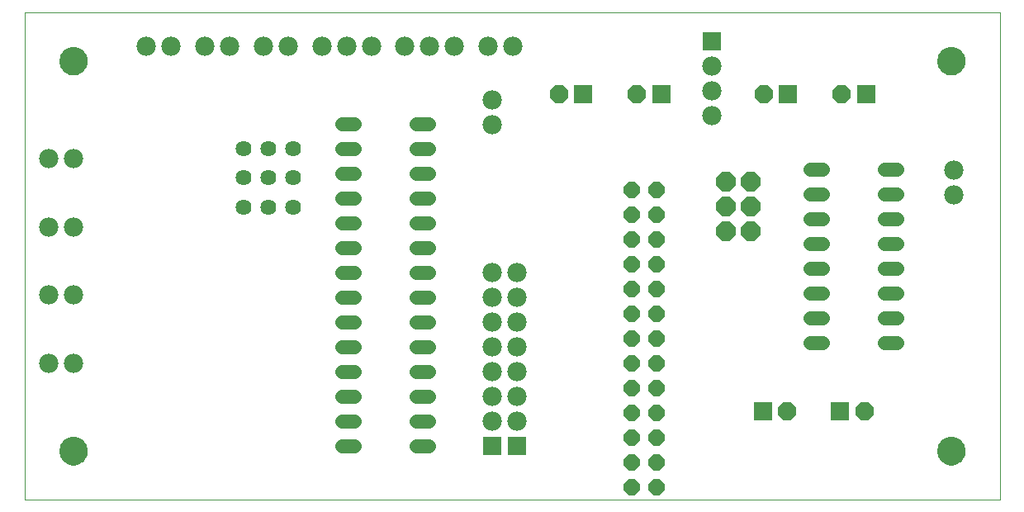
<source format=gbs>
G75*
%MOIN*%
%OFA0B0*%
%FSLAX24Y24*%
%IPPOS*%
%LPD*%
%AMOC8*
5,1,8,0,0,1.08239X$1,22.5*
%
%ADD10C,0.0000*%
%ADD11C,0.0560*%
%ADD12R,0.0780X0.0780*%
%ADD13C,0.0780*%
%ADD14OC8,0.0780*%
%ADD15OC8,0.0640*%
%ADD16C,0.0640*%
%ADD17OC8,0.0729*%
%ADD18R,0.0729X0.0729*%
%ADD19C,0.1142*%
D10*
X000544Y003496D02*
X000544Y023181D01*
X039914Y023181D01*
X039914Y003496D01*
X000544Y003496D01*
X001961Y005465D02*
X001963Y005512D01*
X001969Y005558D01*
X001979Y005604D01*
X001992Y005649D01*
X002010Y005692D01*
X002031Y005734D01*
X002055Y005774D01*
X002083Y005811D01*
X002114Y005846D01*
X002148Y005879D01*
X002184Y005908D01*
X002223Y005934D01*
X002264Y005957D01*
X002307Y005976D01*
X002351Y005992D01*
X002396Y006004D01*
X002442Y006012D01*
X002489Y006016D01*
X002535Y006016D01*
X002582Y006012D01*
X002628Y006004D01*
X002673Y005992D01*
X002717Y005976D01*
X002760Y005957D01*
X002801Y005934D01*
X002840Y005908D01*
X002876Y005879D01*
X002910Y005846D01*
X002941Y005811D01*
X002969Y005774D01*
X002993Y005734D01*
X003014Y005692D01*
X003032Y005649D01*
X003045Y005604D01*
X003055Y005558D01*
X003061Y005512D01*
X003063Y005465D01*
X003061Y005418D01*
X003055Y005372D01*
X003045Y005326D01*
X003032Y005281D01*
X003014Y005238D01*
X002993Y005196D01*
X002969Y005156D01*
X002941Y005119D01*
X002910Y005084D01*
X002876Y005051D01*
X002840Y005022D01*
X002801Y004996D01*
X002760Y004973D01*
X002717Y004954D01*
X002673Y004938D01*
X002628Y004926D01*
X002582Y004918D01*
X002535Y004914D01*
X002489Y004914D01*
X002442Y004918D01*
X002396Y004926D01*
X002351Y004938D01*
X002307Y004954D01*
X002264Y004973D01*
X002223Y004996D01*
X002184Y005022D01*
X002148Y005051D01*
X002114Y005084D01*
X002083Y005119D01*
X002055Y005156D01*
X002031Y005196D01*
X002010Y005238D01*
X001992Y005281D01*
X001979Y005326D01*
X001969Y005372D01*
X001963Y005418D01*
X001961Y005465D01*
X001961Y021213D02*
X001963Y021260D01*
X001969Y021306D01*
X001979Y021352D01*
X001992Y021397D01*
X002010Y021440D01*
X002031Y021482D01*
X002055Y021522D01*
X002083Y021559D01*
X002114Y021594D01*
X002148Y021627D01*
X002184Y021656D01*
X002223Y021682D01*
X002264Y021705D01*
X002307Y021724D01*
X002351Y021740D01*
X002396Y021752D01*
X002442Y021760D01*
X002489Y021764D01*
X002535Y021764D01*
X002582Y021760D01*
X002628Y021752D01*
X002673Y021740D01*
X002717Y021724D01*
X002760Y021705D01*
X002801Y021682D01*
X002840Y021656D01*
X002876Y021627D01*
X002910Y021594D01*
X002941Y021559D01*
X002969Y021522D01*
X002993Y021482D01*
X003014Y021440D01*
X003032Y021397D01*
X003045Y021352D01*
X003055Y021306D01*
X003061Y021260D01*
X003063Y021213D01*
X003061Y021166D01*
X003055Y021120D01*
X003045Y021074D01*
X003032Y021029D01*
X003014Y020986D01*
X002993Y020944D01*
X002969Y020904D01*
X002941Y020867D01*
X002910Y020832D01*
X002876Y020799D01*
X002840Y020770D01*
X002801Y020744D01*
X002760Y020721D01*
X002717Y020702D01*
X002673Y020686D01*
X002628Y020674D01*
X002582Y020666D01*
X002535Y020662D01*
X002489Y020662D01*
X002442Y020666D01*
X002396Y020674D01*
X002351Y020686D01*
X002307Y020702D01*
X002264Y020721D01*
X002223Y020744D01*
X002184Y020770D01*
X002148Y020799D01*
X002114Y020832D01*
X002083Y020867D01*
X002055Y020904D01*
X002031Y020944D01*
X002010Y020986D01*
X001992Y021029D01*
X001979Y021074D01*
X001969Y021120D01*
X001963Y021166D01*
X001961Y021213D01*
X037394Y021213D02*
X037396Y021260D01*
X037402Y021306D01*
X037412Y021352D01*
X037425Y021397D01*
X037443Y021440D01*
X037464Y021482D01*
X037488Y021522D01*
X037516Y021559D01*
X037547Y021594D01*
X037581Y021627D01*
X037617Y021656D01*
X037656Y021682D01*
X037697Y021705D01*
X037740Y021724D01*
X037784Y021740D01*
X037829Y021752D01*
X037875Y021760D01*
X037922Y021764D01*
X037968Y021764D01*
X038015Y021760D01*
X038061Y021752D01*
X038106Y021740D01*
X038150Y021724D01*
X038193Y021705D01*
X038234Y021682D01*
X038273Y021656D01*
X038309Y021627D01*
X038343Y021594D01*
X038374Y021559D01*
X038402Y021522D01*
X038426Y021482D01*
X038447Y021440D01*
X038465Y021397D01*
X038478Y021352D01*
X038488Y021306D01*
X038494Y021260D01*
X038496Y021213D01*
X038494Y021166D01*
X038488Y021120D01*
X038478Y021074D01*
X038465Y021029D01*
X038447Y020986D01*
X038426Y020944D01*
X038402Y020904D01*
X038374Y020867D01*
X038343Y020832D01*
X038309Y020799D01*
X038273Y020770D01*
X038234Y020744D01*
X038193Y020721D01*
X038150Y020702D01*
X038106Y020686D01*
X038061Y020674D01*
X038015Y020666D01*
X037968Y020662D01*
X037922Y020662D01*
X037875Y020666D01*
X037829Y020674D01*
X037784Y020686D01*
X037740Y020702D01*
X037697Y020721D01*
X037656Y020744D01*
X037617Y020770D01*
X037581Y020799D01*
X037547Y020832D01*
X037516Y020867D01*
X037488Y020904D01*
X037464Y020944D01*
X037443Y020986D01*
X037425Y021029D01*
X037412Y021074D01*
X037402Y021120D01*
X037396Y021166D01*
X037394Y021213D01*
X037394Y005465D02*
X037396Y005512D01*
X037402Y005558D01*
X037412Y005604D01*
X037425Y005649D01*
X037443Y005692D01*
X037464Y005734D01*
X037488Y005774D01*
X037516Y005811D01*
X037547Y005846D01*
X037581Y005879D01*
X037617Y005908D01*
X037656Y005934D01*
X037697Y005957D01*
X037740Y005976D01*
X037784Y005992D01*
X037829Y006004D01*
X037875Y006012D01*
X037922Y006016D01*
X037968Y006016D01*
X038015Y006012D01*
X038061Y006004D01*
X038106Y005992D01*
X038150Y005976D01*
X038193Y005957D01*
X038234Y005934D01*
X038273Y005908D01*
X038309Y005879D01*
X038343Y005846D01*
X038374Y005811D01*
X038402Y005774D01*
X038426Y005734D01*
X038447Y005692D01*
X038465Y005649D01*
X038478Y005604D01*
X038488Y005558D01*
X038494Y005512D01*
X038496Y005465D01*
X038494Y005418D01*
X038488Y005372D01*
X038478Y005326D01*
X038465Y005281D01*
X038447Y005238D01*
X038426Y005196D01*
X038402Y005156D01*
X038374Y005119D01*
X038343Y005084D01*
X038309Y005051D01*
X038273Y005022D01*
X038234Y004996D01*
X038193Y004973D01*
X038150Y004954D01*
X038106Y004938D01*
X038061Y004926D01*
X038015Y004918D01*
X037968Y004914D01*
X037922Y004914D01*
X037875Y004918D01*
X037829Y004926D01*
X037784Y004938D01*
X037740Y004954D01*
X037697Y004973D01*
X037656Y004996D01*
X037617Y005022D01*
X037581Y005051D01*
X037547Y005084D01*
X037516Y005119D01*
X037488Y005156D01*
X037464Y005196D01*
X037443Y005238D01*
X037425Y005281D01*
X037412Y005326D01*
X037402Y005372D01*
X037396Y005418D01*
X037394Y005465D01*
D11*
X035768Y009839D02*
X035248Y009839D01*
X035248Y010839D02*
X035768Y010839D01*
X035768Y011839D02*
X035248Y011839D01*
X035248Y012839D02*
X035768Y012839D01*
X035768Y013839D02*
X035248Y013839D01*
X035248Y014839D02*
X035768Y014839D01*
X035768Y015839D02*
X035248Y015839D01*
X035248Y016839D02*
X035768Y016839D01*
X032768Y016839D02*
X032248Y016839D01*
X032248Y015839D02*
X032768Y015839D01*
X032768Y014839D02*
X032248Y014839D01*
X032248Y013839D02*
X032768Y013839D01*
X032768Y012839D02*
X032248Y012839D01*
X032248Y011839D02*
X032768Y011839D01*
X032768Y010839D02*
X032248Y010839D01*
X032248Y009839D02*
X032768Y009839D01*
X016871Y009658D02*
X016351Y009658D01*
X016351Y010658D02*
X016871Y010658D01*
X016871Y011658D02*
X016351Y011658D01*
X016351Y012658D02*
X016871Y012658D01*
X016871Y013658D02*
X016351Y013658D01*
X016351Y014658D02*
X016871Y014658D01*
X016871Y015658D02*
X016351Y015658D01*
X016351Y016658D02*
X016871Y016658D01*
X016871Y017658D02*
X016351Y017658D01*
X016351Y018658D02*
X016871Y018658D01*
X013871Y018658D02*
X013351Y018658D01*
X013351Y017658D02*
X013871Y017658D01*
X013871Y016658D02*
X013351Y016658D01*
X013351Y015658D02*
X013871Y015658D01*
X013871Y014658D02*
X013351Y014658D01*
X013351Y013658D02*
X013871Y013658D01*
X013871Y012658D02*
X013351Y012658D01*
X013351Y011658D02*
X013871Y011658D01*
X013871Y010658D02*
X013351Y010658D01*
X013351Y009658D02*
X013871Y009658D01*
X013871Y008658D02*
X013351Y008658D01*
X013351Y007658D02*
X013871Y007658D01*
X013871Y006658D02*
X013351Y006658D01*
X013351Y005658D02*
X013871Y005658D01*
X016351Y005658D02*
X016871Y005658D01*
X016871Y006658D02*
X016351Y006658D01*
X016351Y007658D02*
X016871Y007658D01*
X016871Y008658D02*
X016351Y008658D01*
D12*
X019441Y005662D03*
X020441Y005662D03*
X028300Y022000D03*
D13*
X028300Y021000D03*
X028300Y020000D03*
X028300Y019000D03*
X020244Y021804D03*
X019244Y021804D03*
X017898Y021804D03*
X016898Y021804D03*
X015898Y021804D03*
X014552Y021804D03*
X013552Y021804D03*
X012552Y021804D03*
X011189Y021804D03*
X010189Y021804D03*
X008827Y021804D03*
X007827Y021804D03*
X006465Y021804D03*
X005465Y021804D03*
X002512Y017276D03*
X001512Y017276D03*
X001512Y014520D03*
X002512Y014520D03*
X002512Y011764D03*
X001512Y011764D03*
X001512Y009008D03*
X002512Y009008D03*
X019441Y008662D03*
X020441Y008662D03*
X020441Y009662D03*
X019441Y009662D03*
X019441Y010662D03*
X020441Y010662D03*
X020441Y011662D03*
X019441Y011662D03*
X019441Y012662D03*
X020441Y012662D03*
X020441Y007662D03*
X019441Y007662D03*
X019441Y006662D03*
X020441Y006662D03*
X038075Y015816D03*
X038075Y016816D03*
X019441Y018638D03*
X019441Y019638D03*
D14*
X028874Y016323D03*
X029874Y016323D03*
X029874Y015323D03*
X028874Y015323D03*
X028874Y014323D03*
X029874Y014323D03*
D15*
X026044Y013993D03*
X025044Y013993D03*
X025044Y012993D03*
X026044Y012993D03*
X026044Y011993D03*
X025044Y011993D03*
X025044Y010993D03*
X026044Y010993D03*
X026044Y009993D03*
X025044Y009993D03*
X025044Y008993D03*
X026044Y008993D03*
X026044Y007993D03*
X025044Y007993D03*
X025044Y006993D03*
X026044Y006993D03*
X026044Y005993D03*
X025044Y005993D03*
X025044Y004993D03*
X026044Y004993D03*
X026044Y003993D03*
X025044Y003993D03*
X025044Y014993D03*
X026044Y014993D03*
X026044Y015993D03*
X025044Y015993D03*
D16*
X011386Y016489D03*
X010386Y016489D03*
X009386Y016489D03*
X009386Y017670D03*
X010386Y017670D03*
X011386Y017670D03*
X011386Y015307D03*
X010386Y015307D03*
X009386Y015307D03*
D17*
X022119Y019855D03*
X025268Y019855D03*
X030386Y019855D03*
X033536Y019855D03*
X034444Y007058D03*
X031332Y007058D03*
D18*
X030348Y007058D03*
X033460Y007058D03*
X034520Y019855D03*
X031370Y019855D03*
X026252Y019855D03*
X023103Y019855D03*
D19*
X037945Y021213D03*
X037945Y005465D03*
X002512Y005465D03*
X002512Y021213D03*
M02*

</source>
